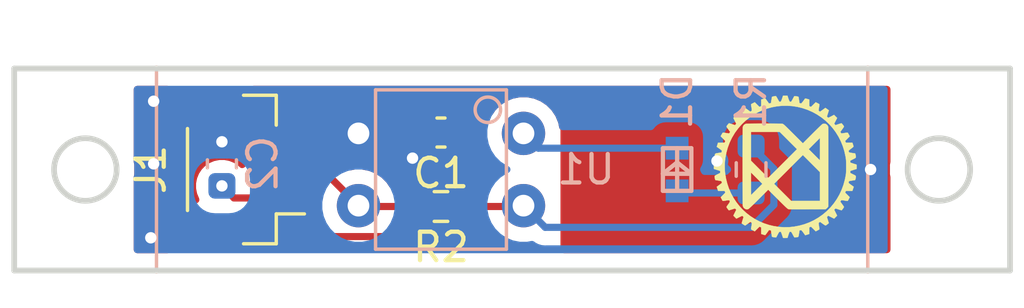
<source format=kicad_pcb>
(kicad_pcb (version 20171130) (host pcbnew "(5.1.6)-1")

  (general
    (thickness 0.8)
    (drawings 13)
    (tracks 36)
    (zones 0)
    (modules 8)
    (nets 6)
  )

  (page A4)
  (layers
    (0 F.Cu signal)
    (31 B.Cu signal)
    (32 B.Adhes user)
    (33 F.Adhes user)
    (34 B.Paste user)
    (35 F.Paste user)
    (36 B.SilkS user)
    (37 F.SilkS user)
    (38 B.Mask user)
    (39 F.Mask user)
    (40 Dwgs.User user)
    (41 Cmts.User user)
    (42 Eco1.User user)
    (43 Eco2.User user)
    (44 Edge.Cuts user)
    (45 Margin user)
    (46 B.CrtYd user)
    (47 F.CrtYd user)
    (48 B.Fab user)
    (49 F.Fab user)
  )

  (setup
    (last_trace_width 0.25)
    (trace_clearance 0.2)
    (zone_clearance 0.508)
    (zone_45_only no)
    (trace_min 0.2)
    (via_size 0.8)
    (via_drill 0.4)
    (via_min_size 0.4)
    (via_min_drill 0.3)
    (uvia_size 0.3)
    (uvia_drill 0.1)
    (uvias_allowed no)
    (uvia_min_size 0.2)
    (uvia_min_drill 0.1)
    (edge_width 0.05)
    (segment_width 0.2)
    (pcb_text_width 0.3)
    (pcb_text_size 1.5 1.5)
    (mod_edge_width 0.12)
    (mod_text_size 1 1)
    (mod_text_width 0.15)
    (pad_size 1.524 1.524)
    (pad_drill 0.762)
    (pad_to_mask_clearance 0.05)
    (aux_axis_origin 0 0)
    (visible_elements 7FFFFFFF)
    (pcbplotparams
      (layerselection 0x010f0_ffffffff)
      (usegerberextensions true)
      (usegerberattributes false)
      (usegerberadvancedattributes false)
      (creategerberjobfile false)
      (excludeedgelayer true)
      (linewidth 0.100000)
      (plotframeref false)
      (viasonmask false)
      (mode 1)
      (useauxorigin false)
      (hpglpennumber 1)
      (hpglpenspeed 20)
      (hpglpendiameter 15.000000)
      (psnegative false)
      (psa4output false)
      (plotreference true)
      (plotvalue true)
      (plotinvisibletext false)
      (padsonsilk false)
      (subtractmaskfromsilk true)
      (outputformat 1)
      (mirror false)
      (drillshape 0)
      (scaleselection 1)
      (outputdirectory "Gerber_side/"))
  )

  (net 0 "")
  (net 1 GND)
  (net 2 +5V)
  (net 3 "Net-(D1-Pad1)")
  (net 4 "Net-(D1-Pad2)")
  (net 5 OUT)

  (net_class Default "This is the default net class."
    (clearance 0.2)
    (trace_width 0.25)
    (via_dia 0.8)
    (via_drill 0.4)
    (uvia_dia 0.3)
    (uvia_drill 0.1)
    (add_net +5V)
    (add_net GND)
    (add_net "Net-(D1-Pad1)")
    (add_net "Net-(D1-Pad2)")
    (add_net OUT)
  )

  (module Symbol:SH-Logo_5x5mm (layer F.Cu) (tedit 0) (tstamp 609BA298)
    (at 171.6 108.9)
    (fp_text reference G*** (at 0 0) (layer F.SilkS) hide
      (effects (font (size 1.524 1.524) (thickness 0.3)))
    )
    (fp_text value LOGO (at 0.75 0) (layer F.SilkS) hide
      (effects (font (size 1.524 1.524) (thickness 0.3)))
    )
    (fp_poly (pts (xy 0.110392 -2.393179) (xy 0.12568 -2.348714) (xy 0.138078 -2.317574) (xy 0.149328 -2.297366)
      (xy 0.161173 -2.285696) (xy 0.175352 -2.280169) (xy 0.193609 -2.278393) (xy 0.193912 -2.278383)
      (xy 0.202648 -2.280609) (xy 0.212374 -2.289261) (xy 0.224593 -2.306449) (xy 0.240806 -2.33428)
      (xy 0.262108 -2.374081) (xy 0.281317 -2.410336) (xy 0.298168 -2.441389) (xy 0.311044 -2.46431)
      (xy 0.318325 -2.476171) (xy 0.318951 -2.476942) (xy 0.328854 -2.478189) (xy 0.350146 -2.47692)
      (xy 0.378139 -2.473796) (xy 0.408147 -2.469477) (xy 0.435482 -2.464624) (xy 0.455455 -2.459897)
      (xy 0.462982 -2.456653) (xy 0.465555 -2.447616) (xy 0.470007 -2.425435) (xy 0.475773 -2.39317)
      (xy 0.482287 -2.35388) (xy 0.484236 -2.341602) (xy 0.501734 -2.230308) (xy 0.526375 -2.22538)
      (xy 0.547445 -2.221818) (xy 0.561507 -2.220452) (xy 0.569372 -2.226709) (xy 0.584619 -2.243724)
      (xy 0.60519 -2.268857) (xy 0.629026 -2.299473) (xy 0.654069 -2.332932) (xy 0.67826 -2.366598)
      (xy 0.697325 -2.394476) (xy 0.706922 -2.395576) (xy 0.728477 -2.39195) (xy 0.75848 -2.384274)
      (xy 0.773116 -2.379891) (xy 0.843936 -2.357811) (xy 0.843978 -2.242018) (xy 0.844019 -2.126226)
      (xy 0.874703 -2.113015) (xy 0.905387 -2.099805) (xy 0.988164 -2.181311) (xy 1.07094 -2.262817)
      (xy 1.138464 -2.228866) (xy 1.170549 -2.212211) (xy 1.190228 -2.200211) (xy 1.200033 -2.190789)
      (xy 1.202498 -2.181869) (xy 1.201772 -2.176958) (xy 1.198889 -2.16186) (xy 1.194286 -2.134613)
      (xy 1.188632 -2.099278) (xy 1.183416 -2.06537) (xy 1.169278 -1.971739) (xy 1.19301 -1.952749)
      (xy 1.210135 -1.940285) (xy 1.221902 -1.933926) (xy 1.223076 -1.933718) (xy 1.231663 -1.938289)
      (xy 1.250814 -1.950853) (xy 1.277931 -1.969636) (xy 1.310418 -1.992867) (xy 1.320213 -1.999994)
      (xy 1.411016 -2.06631) (xy 1.45317 -2.036851) (xy 1.478911 -2.018602) (xy 1.501756 -2.001964)
      (xy 1.513501 -1.993067) (xy 1.531679 -1.978742) (xy 1.463717 -1.76169) (xy 1.482996 -1.741168)
      (xy 1.49951 -1.727133) (xy 1.513655 -1.72069) (xy 1.514509 -1.720645) (xy 1.526051 -1.724324)
      (xy 1.548836 -1.734376) (xy 1.57972 -1.749329) (xy 1.61556 -1.767708) (xy 1.620867 -1.770509)
      (xy 1.714992 -1.820373) (xy 1.769028 -1.766297) (xy 1.823065 -1.71222) (xy 1.773904 -1.616151)
      (xy 1.755437 -1.580016) (xy 1.739739 -1.549207) (xy 1.728285 -1.526627) (xy 1.72255 -1.515176)
      (xy 1.722228 -1.514498) (xy 1.725634 -1.505545) (xy 1.737188 -1.489803) (xy 1.742712 -1.483429)
      (xy 1.76571 -1.457943) (xy 1.863649 -1.490972) (xy 1.902075 -1.50359) (xy 1.93565 -1.513984)
      (xy 1.960914 -1.521126) (xy 1.974405 -1.523987) (xy 1.974823 -1.524) (xy 1.984704 -1.517774)
      (xy 2.000526 -1.501651) (xy 2.019287 -1.47947) (xy 2.037985 -1.455065) (xy 2.053618 -1.432273)
      (xy 2.063185 -1.414931) (xy 2.064775 -1.40904) (xy 2.060176 -1.399673) (xy 2.047585 -1.379872)
      (xy 2.028804 -1.35234) (xy 2.005638 -1.319778) (xy 2.000034 -1.312075) (xy 1.935294 -1.223429)
      (xy 1.95239 -1.195505) (xy 1.963347 -1.177537) (xy 1.969736 -1.166927) (xy 1.970308 -1.165924)
      (xy 1.978202 -1.166524) (xy 1.999117 -1.16937) (xy 2.029912 -1.174008) (xy 2.067446 -1.179981)
      (xy 2.069162 -1.180261) (xy 2.108788 -1.186507) (xy 2.143654 -1.191601) (xy 2.169926 -1.195009)
      (xy 2.183581 -1.196198) (xy 2.194357 -1.191798) (xy 2.206976 -1.177291) (xy 2.223016 -1.150613)
      (xy 2.233284 -1.131144) (xy 2.2666 -1.066146) (xy 2.185505 -0.98505) (xy 2.104409 -0.903954)
      (xy 2.129487 -0.843936) (xy 2.358396 -0.843936) (xy 2.379553 -0.780408) (xy 2.38942 -0.749674)
      (xy 2.396831 -0.724478) (xy 2.400518 -0.709205) (xy 2.40071 -0.707344) (xy 2.394448 -0.699248)
      (xy 2.377273 -0.683662) (xy 2.351606 -0.662625) (xy 2.319865 -0.638179) (xy 2.309991 -0.630833)
      (xy 2.269429 -0.599983) (xy 2.242078 -0.576982) (xy 2.227169 -0.561124) (xy 2.223937 -0.551705)
      (xy 2.223959 -0.551647) (xy 2.228319 -0.534773) (xy 2.228771 -0.529862) (xy 2.231029 -0.517587)
      (xy 2.23896 -0.5079) (xy 2.254847 -0.499878) (xy 2.280969 -0.492599) (xy 2.319608 -0.485142)
      (xy 2.352917 -0.4797) (xy 2.462102 -0.462554) (xy 2.471991 -0.409487) (xy 2.478819 -0.372876)
      (xy 2.482186 -0.346429) (xy 2.480283 -0.327156) (xy 2.471298 -0.312069) (xy 2.453424 -0.298176)
      (xy 2.424849 -0.28249) (xy 2.383764 -0.262019) (xy 2.382275 -0.261277) (xy 2.281904 -0.211282)
      (xy 2.284659 -0.176763) (xy 2.287415 -0.142244) (xy 2.397321 -0.106285) (xy 2.507226 -0.070325)
      (xy 2.507226 0.079189) (xy 2.39742 0.11356) (xy 2.287615 0.147931) (xy 2.284759 0.183703)
      (xy 2.281904 0.219475) (xy 2.382275 0.26947) (xy 2.423359 0.289902) (xy 2.451954 0.305358)
      (xy 2.469937 0.31874) (xy 2.47919 0.332948) (xy 2.48159 0.350884) (xy 2.479017 0.37545)
      (xy 2.47335 0.409546) (xy 2.473281 0.409967) (xy 2.465989 0.444734) (xy 2.457866 0.464555)
      (xy 2.450749 0.470526) (xy 2.437697 0.473201) (xy 2.412227 0.477547) (xy 2.378149 0.482937)
      (xy 2.343355 0.488152) (xy 2.305261 0.494365) (xy 2.272863 0.500854) (xy 2.249786 0.506812)
      (xy 2.239931 0.511107) (xy 2.232025 0.525263) (xy 2.225888 0.546458) (xy 2.225867 0.546567)
      (xy 2.224464 0.557342) (xy 2.226057 0.566694) (xy 2.232586 0.576699) (xy 2.245991 0.589429)
      (xy 2.268212 0.606961) (xy 2.301188 0.631367) (xy 2.313764 0.640556) (xy 2.406526 0.708268)
      (xy 2.382402 0.780199) (xy 2.358278 0.852129) (xy 2.129487 0.852129) (xy 2.116977 0.882068)
      (xy 2.104468 0.912008) (xy 2.264868 1.073012) (xy 2.232826 1.138732) (xy 2.215168 1.17205)
      (xy 2.200211 1.194586) (xy 2.189383 1.20424) (xy 2.188086 1.20445) (xy 2.175443 1.20318)
      (xy 2.150221 1.199717) (xy 2.116001 1.194581) (xy 2.076364 1.188291) (xy 2.073835 1.187879)
      (xy 2.035237 1.181772) (xy 2.003062 1.177045) (xy 1.980438 1.174129) (xy 1.970498 1.173459)
      (xy 1.970312 1.173542) (xy 1.965237 1.181315) (xy 1.955067 1.197862) (xy 1.951823 1.203235)
      (xy 1.935303 1.230695) (xy 2.000039 1.31978) (xy 2.023864 1.353008) (xy 2.043741 1.381569)
      (xy 2.057883 1.402832) (xy 2.064503 1.414168) (xy 2.064775 1.415113) (xy 2.060223 1.425941)
      (xy 2.048435 1.4451) (xy 2.032204 1.468756) (xy 2.014328 1.493077) (xy 1.997603 1.514228)
      (xy 1.984825 1.528376) (xy 1.979453 1.532086) (xy 1.96867 1.529682) (xy 1.945517 1.523185)
      (xy 1.913217 1.513538) (xy 1.874994 1.501683) (xy 1.868129 1.499513) (xy 1.76571 1.467047)
      (xy 1.742577 1.490137) (xy 1.719444 1.513226) (xy 1.771074 1.616879) (xy 1.822704 1.720531)
      (xy 1.770426 1.773279) (xy 1.718147 1.826026) (xy 1.509761 1.721604) (xy 1.486814 1.745554)
      (xy 1.463868 1.769505) (xy 1.495113 1.870026) (xy 1.507151 1.908634) (xy 1.517569 1.941819)
      (xy 1.525334 1.966306) (xy 1.529411 1.978818) (xy 1.529608 1.97937) (xy 1.524763 1.987446)
      (xy 1.509397 2.002076) (xy 1.486635 2.020745) (xy 1.459606 2.040939) (xy 1.431437 2.060142)
      (xy 1.420942 2.066744) (xy 1.410359 2.064528) (xy 1.388764 2.053074) (xy 1.357911 2.033424)
      (xy 1.319553 2.006616) (xy 1.319308 2.006439) (xy 1.227591 1.940067) (xy 1.199634 1.955122)
      (xy 1.181114 1.968655) (xy 1.171951 1.982536) (xy 1.171678 1.98479) (xy 1.172924 1.998601)
      (xy 1.176242 2.024348) (xy 1.180998 2.057803) (xy 1.186557 2.094741) (xy 1.192288 2.130934)
      (xy 1.197557 2.162156) (xy 1.201102 2.181155) (xy 1.202235 2.192095) (xy 1.198747 2.201033)
      (xy 1.188035 2.210289) (xy 1.167495 2.222184) (xy 1.138264 2.23716) (xy 1.07094 2.27101)
      (xy 0.988164 2.189511) (xy 0.905387 2.108013) (xy 0.874662 2.120279) (xy 0.843936 2.132546)
      (xy 0.843936 2.364558) (xy 0.773644 2.387449) (xy 0.742471 2.397249) (xy 0.717913 2.404303)
      (xy 0.703559 2.407614) (xy 0.701342 2.407573) (xy 0.696065 2.400272) (xy 0.683033 2.382231)
      (xy 0.664084 2.355996) (xy 0.641057 2.324113) (xy 0.635722 2.316726) (xy 0.611382 2.284069)
      (xy 0.589686 2.256891) (xy 0.572728 2.237679) (xy 0.562603 2.228923) (xy 0.561564 2.228645)
      (xy 0.546283 2.230177) (xy 0.526348 2.233579) (xy 0.50168 2.238512) (xy 0.48388 2.350147)
      (xy 0.476808 2.391153) (xy 0.469758 2.426181) (xy 0.463433 2.452116) (xy 0.458537 2.465843)
      (xy 0.457491 2.467091) (xy 0.445052 2.470928) (xy 0.422126 2.475184) (xy 0.403002 2.477795)
      (xy 0.374009 2.481619) (xy 0.349362 2.485584) (xy 0.339288 2.487661) (xy 0.331439 2.487979)
      (xy 0.323421 2.483404) (xy 0.313712 2.471864) (xy 0.300791 2.45129) (xy 0.283135 2.419613)
      (xy 0.266795 2.389066) (xy 0.245115 2.34852) (xy 0.229252 2.320292) (xy 0.217461 2.302161)
      (xy 0.207999 2.291905) (xy 0.199121 2.287305) (xy 0.189082 2.286139) (xy 0.185946 2.286125)
      (xy 0.164943 2.287981) (xy 0.151182 2.292267) (xy 0.151178 2.29227) (xy 0.14559 2.301966)
      (xy 0.136421 2.324204) (xy 0.124865 2.355848) (xy 0.112116 2.393763) (xy 0.109884 2.400709)
      (xy 0.077187 2.503129) (xy 0.002391 2.505476) (xy -0.030857 2.505847) (xy -0.057375 2.50488)
      (xy -0.073297 2.502775) (xy -0.076068 2.501379) (xy -0.079913 2.491479) (xy -0.087683 2.469271)
      (xy -0.098251 2.438036) (xy -0.110494 2.401055) (xy -0.110607 2.400709) (xy -0.123312 2.363139)
      (xy -0.13498 2.330802) (xy -0.144306 2.30718) (xy -0.149927 2.295827) (xy -0.163881 2.288959)
      (xy -0.186543 2.287573) (xy -0.187299 2.287634) (xy -0.199365 2.289268) (xy -0.209204 2.293403)
      (xy -0.218724 2.302418) (xy -0.229833 2.318691) (xy -0.244438 2.344599) (xy -0.264447 2.382522)
      (xy -0.266383 2.386232) (xy -0.285257 2.422154) (xy -0.30149 2.452575) (xy -0.313557 2.47467)
      (xy -0.319931 2.485614) (xy -0.320395 2.486223) (xy -0.329553 2.486691) (xy -0.350181 2.484802)
      (xy -0.377649 2.481254) (xy -0.407327 2.476746) (xy -0.434584 2.471978) (xy -0.454792 2.467647)
      (xy -0.463158 2.464669) (xy -0.465746 2.455628) (xy -0.470227 2.433448) (xy -0.476032 2.401191)
      (xy -0.482591 2.36192) (xy -0.484532 2.349787) (xy -0.502136 2.238675) (xy -0.535793 2.231477)
      (xy -0.569451 2.224279) (xy -0.633384 2.312278) (xy -0.65756 2.345203) (xy -0.678563 2.373148)
      (xy -0.6944 2.393511) (xy -0.703081 2.403689) (xy -0.70379 2.404278) (xy -0.714024 2.403698)
      (xy -0.735737 2.398698) (xy -0.764936 2.390255) (xy -0.7771 2.386368) (xy -0.843935 2.364458)
      (xy -0.843935 2.132546) (xy -0.874661 2.120279) (xy -0.905387 2.108013) (xy -0.988163 2.189511)
      (xy -1.070939 2.27101) (xy -1.138019 2.237283) (xy -1.169535 2.221184) (xy -1.188984 2.209853)
      (xy -1.198982 2.200781) (xy -1.202146 2.191461) (xy -1.201093 2.179386) (xy -1.200733 2.177181)
      (xy -1.197395 2.157094) (xy -1.192274 2.12635) (xy -1.186285 2.090455) (xy -1.184048 2.077064)
      (xy -1.177113 2.034302) (xy -1.173388 2.004628) (xy -1.173268 1.984989) (xy -1.17715 1.972329)
      (xy -1.185431 1.963595) (xy -1.198508 1.95573) (xy -1.199903 1.954977) (xy -1.22813 1.939776)
      (xy -1.312565 2.000897) (xy -1.345299 2.024493) (xy -1.373612 2.044717) (xy -1.394655 2.059545)
      (xy -1.405576 2.066955) (xy -1.405996 2.067207) (xy -1.415611 2.064816) (xy -1.434604 2.054981)
      (xy -1.459224 2.040067) (xy -1.485724 2.022439) (xy -1.510353 2.004464) (xy -1.526462 1.991182)
      (xy -1.526462 1.981663) (xy -1.521927 1.959627) (xy -1.513599 1.928066) (xy -1.502221 1.889977)
      (xy -1.498301 1.877657) (xy -1.463582 1.770026) (xy -1.482929 1.749432) (xy -1.499067 1.735405)
      (xy -1.512394 1.728895) (xy -1.513264 1.728838) (xy -1.524367 1.732353) (xy -1.546951 1.741969)
      (xy -1.577919 1.756293) (xy -1.61418 1.773932) (xy -1.621196 1.777435) (xy -1.718141 1.826032)
      (xy -1.770422 1.773281) (xy -1.822704 1.720531) (xy -1.771073 1.616879) (xy -1.719443 1.513226)
      (xy -1.742576 1.490137) (xy -1.765709 1.467047) (xy -1.868129 1.499513) (xy -1.906972 1.511643)
      (xy -1.940372 1.521729) (xy -1.965128 1.52883) (xy -1.978041 1.532004) (xy -1.978838 1.532086)
      (xy -1.987103 1.52591) (xy -2.001441 1.509832) (xy -2.018996 1.487692) (xy -2.036915 1.463329)
      (xy -2.052343 1.440584) (xy -2.062426 1.423295) (xy -2.064774 1.416486) (xy -2.060183 1.406939)
      (xy -2.047636 1.387032) (xy -2.028971 1.359541) (xy -2.006026 1.327245) (xy -2.002478 1.322361)
      (xy -1.975001 1.283766) (xy -1.956916 1.255191) (xy -1.947382 1.233854) (xy -1.94556 1.216975)
      (xy -1.95061 1.201775) (xy -1.961274 1.186008) (xy -1.966539 1.180457) (xy -1.97386 1.177187)
      (xy -1.985984 1.176277) (xy -2.005658 1.177806) (xy -2.035629 1.181854) (xy -2.078645 1.188501)
      (xy -2.085649 1.189609) (xy -2.129921 1.196066) (xy -2.165536 1.200146) (xy -2.190138 1.201641)
      (xy -2.201372 1.200343) (xy -2.201773 1.199859) (xy -2.206801 1.189414) (xy -2.217583 1.168635)
      (xy -2.232011 1.141567) (xy -2.235662 1.134806) (xy -2.26671 1.077451) (xy -2.185587 0.994734)
      (xy -2.104463 0.912018) (xy -2.116975 0.882073) (xy -2.129486 0.852129) (xy -2.358278 0.852129)
      (xy -2.4066 0.708047) (xy -2.313557 0.640051) (xy -2.276678 0.612847) (xy -2.25126 0.593139)
      (xy -2.235381 0.578965) (xy -2.227121 0.568361) (xy -2.224559 0.559365) (xy -2.225713 0.550269)
      (xy -2.230802 0.531455) (xy -2.237448 0.518053) (xy -2.248472 0.508602) (xy -2.266697 0.501641)
      (xy -2.294944 0.495706) (xy -2.336037 0.489336) (xy -2.346193 0.48786) (xy -2.385671 0.481843)
      (xy -2.419365 0.47615) (xy -2.443885 0.471393) (xy -2.455844 0.468183) (xy -2.456173 0.468001)
      (xy -2.461177 0.457995) (xy -2.467227 0.436526) (xy -2.473351 0.408392) (xy -2.478576 0.378393)
      (xy -2.481929 0.351326) (xy -2.482645 0.337376) (xy -2.480087 0.328693) (xy -2.471002 0.31905)
      (xy -2.453275 0.307004) (xy -2.424787 0.291113) (xy -2.384322 0.270387) (xy -2.286 0.221099)
      (xy -2.286 0.149053) (xy -2.396613 0.11411) (xy -2.507225 0.079167) (xy -2.507225 -0.000986)
      (xy -2.129306 -0.000986) (xy -2.124889 0.117235) (xy -2.114163 0.229419) (xy -2.084149 0.415218)
      (xy -2.039373 0.595074) (xy -1.980442 0.768327) (xy -1.90796 0.934317) (xy -1.82253 1.092386)
      (xy -1.724759 1.241874) (xy -1.61525 1.382122) (xy -1.494608 1.51247) (xy -1.363438 1.632259)
      (xy -1.222344 1.740831) (xy -1.07193 1.837525) (xy -0.912802 1.921682) (xy -0.745564 1.992643)
      (xy -0.57082 2.049748) (xy -0.409549 2.08837) (xy -0.226048 2.117065) (xy -0.04304 2.129883)
      (xy 0.138393 2.126789) (xy 0.303661 2.109766) (xy 0.49184 2.074567) (xy 0.672635 2.024809)
      (xy 0.845929 1.960528) (xy 1.009966 1.882633) (xy 1.17169 1.787824) (xy 1.322794 1.680781)
      (xy 1.462839 1.562109) (xy 1.591389 1.432414) (xy 1.708005 1.292301) (xy 1.812251 1.142375)
      (xy 1.903688 0.983241) (xy 1.98188 0.815505) (xy 2.046388 0.639772) (xy 2.096775 0.456646)
      (xy 2.119186 0.348226) (xy 2.125888 0.310543) (xy 2.131107 0.277851) (xy 2.135025 0.247256)
      (xy 2.137828 0.215863) (xy 2.139698 0.18078) (xy 2.14082 0.139112) (xy 2.141376 0.087966)
      (xy 2.141552 0.024447) (xy 2.141556 -0.004097) (xy 2.141443 -0.07343) (xy 2.141013 -0.129324)
      (xy 2.14008 -0.174723) (xy 2.138458 -0.212576) (xy 2.135962 -0.245827) (xy 2.132405 -0.277425)
      (xy 2.127601 -0.310314) (xy 2.121365 -0.347442) (xy 2.119069 -0.360516) (xy 2.078505 -0.544789)
      (xy 2.023356 -0.722642) (xy 1.95419 -0.893379) (xy 1.871578 -1.056303) (xy 1.776088 -1.210719)
      (xy 1.668289 -1.355928) (xy 1.54875 -1.491236) (xy 1.41804 -1.615946) (xy 1.276729 -1.72936)
      (xy 1.125385 -1.830784) (xy 0.964578 -1.91952) (xy 0.794876 -1.994872) (xy 0.778387 -2.00128)
      (xy 0.602843 -2.060179) (xy 0.425354 -2.103247) (xy 0.246822 -2.130776) (xy 0.068149 -2.143058)
      (xy -0.109763 -2.140385) (xy -0.286013 -2.123047) (xy -0.459699 -2.091338) (xy -0.629918 -2.045548)
      (xy -0.79577 -1.98597) (xy -0.956352 -1.912896) (xy -1.110763 -1.826617) (xy -1.258101 -1.727424)
      (xy -1.397464 -1.615611) (xy -1.527949 -1.491468) (xy -1.648657 -1.355287) (xy -1.758684 -1.20736)
      (xy -1.781543 -1.172999) (xy -1.876166 -1.012904) (xy -1.955962 -0.845844) (xy -2.020912 -0.671874)
      (xy -2.070995 -0.491048) (xy -2.106193 -0.303421) (xy -2.114167 -0.243141) (xy -2.125732 -0.118687)
      (xy -2.129306 -0.000986) (xy -2.507225 -0.000986) (xy -2.507225 -0.070325) (xy -2.396613 -0.106516)
      (xy -2.286 -0.142708) (xy -2.286 -0.212906) (xy -2.385222 -0.262645) (xy -2.484444 -0.312383)
      (xy -2.478833 -0.364775) (xy -2.474883 -0.402351) (xy -2.470691 -0.428965) (xy -2.46366 -0.446976)
      (xy -2.451193 -0.458741) (xy -2.430691 -0.466617) (xy -2.399557 -0.472961) (xy -2.355193 -0.480131)
      (xy -2.350968 -0.480815) (xy -2.310712 -0.487377) (xy -2.276813 -0.492939) (xy -2.252266 -0.497009)
      (xy -2.240066 -0.499092) (xy -2.239272 -0.499251) (xy -2.234335 -0.50791) (xy -2.229886 -0.526103)
      (xy -2.227001 -0.546986) (xy -2.226756 -0.563716) (xy -2.22832 -0.568908) (xy -2.237509 -0.576795)
      (xy -2.257273 -0.592022) (xy -2.2848 -0.612472) (xy -2.31728 -0.636029) (xy -2.320836 -0.638577)
      (xy -2.405975 -0.699509) (xy -2.384113 -0.769674) (xy -2.362252 -0.839839) (xy -2.245774 -0.842115)
      (xy -2.129295 -0.844392) (xy -2.116879 -0.874108) (xy -2.104463 -0.903825) (xy -2.186568 -0.986541)
      (xy -2.268674 -1.069258) (xy -2.234321 -1.132632) (xy -2.21493 -1.166178) (xy -2.200017 -1.186401)
      (xy -2.188046 -1.195218) (xy -2.18358 -1.195983) (xy -2.16933 -1.194703) (xy -2.142757 -1.191237)
      (xy -2.1077 -1.186118) (xy -2.069199 -1.180077) (xy -2.031446 -1.1741) (xy -2.000295 -1.169437)
      (xy -1.978889 -1.16654) (xy -1.970374 -1.165861) (xy -1.970345 -1.165887) (xy -1.965956 -1.173238)
      (xy -1.956065 -1.189495) (xy -1.95239 -1.195505) (xy -1.935294 -1.223429) (xy -2.000034 -1.312075)
      (xy -2.023935 -1.345392) (xy -2.043854 -1.374285) (xy -2.057988 -1.396051) (xy -2.064532 -1.407989)
      (xy -2.064774 -1.40904) (xy -2.059902 -1.421668) (xy -2.047287 -1.441889) (xy -2.029931 -1.465866)
      (xy -2.010835 -1.489762) (xy -1.993001 -1.509742) (xy -1.979432 -1.521969) (xy -1.974823 -1.524)
      (xy -1.962296 -1.521481) (xy -1.937751 -1.514608) (xy -1.90465 -1.504411) (xy -1.866454 -1.491916)
      (xy -1.863648 -1.490972) (xy -1.765709 -1.457943) (xy -1.720781 -1.507719) (xy -1.822811 -1.712553)
      (xy -1.769471 -1.765893) (xy -1.716132 -1.819233) (xy -1.620075 -1.769384) (xy -1.576962 -1.747577)
      (xy -1.545319 -1.733496) (xy -1.52242 -1.726681) (xy -1.505538 -1.726673) (xy -1.491947 -1.733013)
      (xy -1.47892 -1.745243) (xy -1.478621 -1.745574) (xy -1.472771 -1.752964) (xy -1.469822 -1.761275)
      (xy -1.470196 -1.773448) (xy -1.474314 -1.792425) (xy -1.482598 -1.821148) (xy -1.495332 -1.862123)
      (xy -1.507457 -1.90067) (xy -1.51792 -1.933817) (xy -1.525682 -1.958279) (xy -1.529704 -1.970776)
      (xy -1.529885 -1.971311) (xy -1.5249 -1.978767) (xy -1.510139 -1.992928) (xy -1.489144 -2.01095)
      (xy -1.465458 -2.02999) (xy -1.44262 -2.047202) (xy -1.424173 -2.059743) (xy -1.413659 -2.064769)
      (xy -1.413499 -2.064774) (xy -1.40591 -2.060223) (xy -1.387626 -2.047743) (xy -1.361168 -2.029094)
      (xy -1.329057 -2.006039) (xy -1.319403 -1.999039) (xy -1.228942 -1.933303) (xy -1.203985 -1.946209)
      (xy -1.185624 -1.958259) (xy -1.174876 -1.970022) (xy -1.174575 -1.970719) (xy -1.174127 -1.983086)
      (xy -1.17622 -2.008324) (xy -1.180422 -2.04319) (xy -1.186306 -2.084438) (xy -1.19344 -2.128824)
      (xy -1.201367 -2.172962) (xy -1.202346 -2.183922) (xy -1.198691 -2.192908) (xy -1.187787 -2.202239)
      (xy -1.16702 -2.214237) (xy -1.138268 -2.228965) (xy -1.070949 -2.262812) (xy -0.990656 -2.182821)
      (xy -0.910363 -2.102829) (xy -0.877149 -2.113791) (xy -0.843935 -2.124752) (xy -0.843935 -2.358751)
      (xy -0.773445 -2.380251) (xy -0.742164 -2.38947) (xy -0.717576 -2.396107) (xy -0.703286 -2.399218)
      (xy -0.701144 -2.399183) (xy -0.695943 -2.39196) (xy -0.682973 -2.373983) (xy -0.664059 -2.347781)
      (xy -0.641027 -2.315883) (xy -0.635333 -2.307999) (xy -0.571334 -2.219386) (xy -0.537619 -2.224951)
      (xy -0.51656 -2.22863) (xy -0.504146 -2.231186) (xy -0.502856 -2.23163) (xy -0.501259 -2.239656)
      (xy -0.497609 -2.260891) (xy -0.492403 -2.292359) (xy -0.486139 -2.33108) (xy -0.48426 -2.342832)
      (xy -0.477581 -2.383352) (xy -0.471497 -2.417726) (xy -0.466585 -2.442879) (xy -0.46342 -2.455732)
      (xy -0.462944 -2.45669) (xy -0.453918 -2.459607) (xy -0.433496 -2.46427) (xy -0.406449 -2.46976)
      (xy -0.37755 -2.475159) (xy -0.351571 -2.479547) (xy -0.333285 -2.482006) (xy -0.330408 -2.482214)
      (xy -0.323314 -2.475509) (xy -0.310413 -2.456795) (xy -0.293332 -2.428669) (xy -0.273699 -2.393727)
      (xy -0.266451 -2.380226) (xy -0.243943 -2.338579) (xy -0.227096 -2.309633) (xy -0.214451 -2.291329)
      (xy -0.204545 -2.281609) (xy -0.195917 -2.278417) (xy -0.194139 -2.278383) (xy -0.17573 -2.280107)
      (xy -0.161454 -2.285529) (xy -0.149567 -2.297041) (xy -0.13832 -2.317037) (xy -0.125969 -2.347911)
      (xy -0.110766 -2.392057) (xy -0.110392 -2.393179) (xy -0.076464 -2.494936) (xy 0.076465 -2.494936)
      (xy 0.110392 -2.393179)) (layer F.SilkS) (width 0.01))
    (fp_poly (pts (xy -0.651644 -1.516105) (xy -0.562649 -1.515823) (xy -0.476902 -1.515351) (xy -0.396037 -1.514691)
      (xy -0.321692 -1.513843) (xy -0.255502 -1.512805) (xy -0.199104 -1.511579) (xy -0.154133 -1.510164)
      (xy -0.122226 -1.50856) (xy -0.105019 -1.506768) (xy -0.104871 -1.506737) (xy -0.09556 -1.50463)
      (xy -0.086624 -1.501816) (xy -0.077075 -1.497399) (xy -0.065924 -1.490481) (xy -0.052184 -1.480167)
      (xy -0.034866 -1.46556) (xy -0.012984 -1.445762) (xy 0.014452 -1.419878) (xy 0.048429 -1.387011)
      (xy 0.089935 -1.346263) (xy 0.139958 -1.296739) (xy 0.199486 -1.237542) (xy 0.269507 -1.167775)
      (xy 0.27871 -1.158602) (xy 0.61887 -0.819536) (xy 0.95058 -1.151819) (xy 1.012128 -1.213279)
      (xy 1.070799 -1.271494) (xy 1.125476 -1.32538) (xy 1.175039 -1.373851) (xy 1.218372 -1.415823)
      (xy 1.254354 -1.450212) (xy 1.28187 -1.475932) (xy 1.299799 -1.4919) (xy 1.306244 -1.496803)
      (xy 1.337799 -1.506608) (xy 1.375958 -1.508876) (xy 1.412781 -1.503613) (xy 1.431234 -1.496687)
      (xy 1.465641 -1.471786) (xy 1.492996 -1.438405) (xy 1.50937 -1.401704) (xy 1.5115 -1.391201)
      (xy 1.512028 -1.37929) (xy 1.512512 -1.351867) (xy 1.51295 -1.309808) (xy 1.513342 -1.253987)
      (xy 1.513686 -1.185279) (xy 1.51398 -1.104561) (xy 1.514222 -1.012707) (xy 1.514411 -0.910591)
      (xy 1.514545 -0.799091) (xy 1.514622 -0.67908) (xy 1.514642 -0.551433) (xy 1.514602 -0.417027)
      (xy 1.514501 -0.276736) (xy 1.514336 -0.131435) (xy 1.514108 0.018001) (xy 1.514102 0.021085)
      (xy 1.51171 1.398202) (xy 1.491965 1.427017) (xy 1.471292 1.451416) (xy 1.446624 1.473286)
      (xy 1.443409 1.475577) (xy 1.414598 1.495322) (xy 0.780596 1.497567) (xy 0.648074 1.497943)
      (xy 0.531436 1.498075) (xy 0.430178 1.497955) (xy 0.343799 1.49758) (xy 0.271797 1.496944)
      (xy 0.213668 1.496041) (xy 0.168911 1.494867) (xy 0.137023 1.493417) (xy 0.117502 1.491686)
      (xy 0.112216 1.490711) (xy 0.103719 1.487619) (xy 0.093457 1.481958) (xy 0.080487 1.472848)
      (xy 0.063863 1.459414) (xy 0.042644 1.440777) (xy 0.015884 1.416061) (xy -0.01736 1.384387)
      (xy -0.058032 1.344879) (xy -0.107075 1.296659) (xy -0.165434 1.23885) (xy -0.234052 1.170574)
      (xy -0.260239 1.144469) (xy -0.598317 0.807327) (xy -0.93211 1.140793) (xy -1.015105 1.223419)
      (xy -1.08702 1.294392) (xy -1.148077 1.353924) (xy -1.198501 1.402226) (xy -1.238512 1.439511)
      (xy -1.268335 1.46599) (xy -1.288193 1.481875) (xy -1.296366 1.486839) (xy -1.335841 1.497828)
      (xy -1.373202 1.495487) (xy -1.405532 1.484018) (xy -1.446329 1.457028) (xy -1.475293 1.418946)
      (xy -1.490495 1.376352) (xy -1.491689 1.362581) (xy -1.492802 1.333486) (xy -1.493834 1.290132)
      (xy -1.494785 1.233583) (xy -1.495656 1.164902) (xy -1.496446 1.085153) (xy -1.497155 0.995399)
      (xy -1.497784 0.896705) (xy -1.498332 0.790134) (xy -1.4988 0.676751) (xy -1.499048 0.60024)
      (xy -1.204451 0.60024) (xy -1.204409 0.679392) (xy -1.204289 0.753331) (xy -1.204099 0.820487)
      (xy -1.203847 0.879287) (xy -1.203542 0.92816) (xy -1.203191 0.965536) (xy -1.202804 0.989844)
      (xy -1.202388 0.999511) (xy -1.20234 0.999613) (xy -1.196266 0.994032) (xy -1.179963 0.978173)
      (xy -1.154771 0.953364) (xy -1.12203 0.920933) (xy -1.083081 0.882205) (xy -1.039265 0.83851)
      (xy -1.001598 0.800857) (xy -0.803025 0.60216) (xy -0.393274 0.60216) (xy -0.092211 0.903306)
      (xy 0.208853 1.204451) (xy 1.220839 1.204451) (xy 1.220839 0.19263) (xy 0.919759 -0.108532)
      (xy 0.618679 -0.409695) (xy 0.112703 0.096233) (xy -0.393274 0.60216) (xy -0.803025 0.60216)
      (xy -0.802966 0.602101) (xy -1.003709 0.401484) (xy -1.204451 0.200867) (xy -1.204451 0.60024)
      (xy -1.499048 0.60024) (xy -1.499187 0.557618) (xy -1.499494 0.4338) (xy -1.49972 0.30636)
      (xy -1.499867 0.176362) (xy -1.499933 0.04487) (xy -1.499919 -0.087052) (xy -1.499825 -0.218341)
      (xy -1.49965 -0.347933) (xy -1.499396 -0.474764) (xy -1.499062 -0.59777) (xy -1.498648 -0.715887)
      (xy -1.498154 -0.828052) (xy -1.49758 -0.933201) (xy -1.496927 -1.030271) (xy -1.496194 -1.118196)
      (xy -1.495381 -1.195915) (xy -1.495047 -1.220839) (xy -1.204451 -1.220839) (xy -1.204451 -0.209018)
      (xy -0.90338 0.092136) (xy -0.845419 0.150035) (xy -0.79097 0.204276) (xy -0.741125 0.25378)
      (xy -0.696978 0.297469) (xy -0.659622 0.334265) (xy -0.63015 0.363089) (xy -0.609655 0.382862)
      (xy -0.599231 0.392505) (xy -0.598145 0.39329) (xy -0.591863 0.38763) (xy -0.574844 0.371203)
      (xy -0.547928 0.344844) (xy -0.511956 0.309386) (xy -0.467766 0.26566) (xy -0.416199 0.2145)
      (xy -0.358094 0.15674) (xy -0.294291 0.093211) (xy -0.225629 0.024747) (xy -0.152949 -0.047819)
      (xy -0.090137 -0.110605) (xy 0.413708 -0.6145) (xy 0.41365 -0.614559) (xy 0.823537 -0.614559)
      (xy 1.020076 -0.417893) (xy 1.066566 -0.371432) (xy 1.109256 -0.328885) (xy 1.146797 -0.291585)
      (xy 1.177842 -0.260868) (xy 1.201044 -0.238067) (xy 1.215054 -0.224516) (xy 1.218727 -0.221226)
      (xy 1.219147 -0.229156) (xy 1.21954 -0.251895) (xy 1.219897 -0.287861) (xy 1.220208 -0.335477)
      (xy 1.220467 -0.393163) (xy 1.220664 -0.45934) (xy 1.220791 -0.532429) (xy 1.220839 -0.610849)
      (xy 1.220839 -1.011861) (xy 0.823537 -0.614559) (xy 0.41365 -0.614559) (xy 0.110621 -0.917669)
      (xy -0.192465 -1.220839) (xy -1.204451 -1.220839) (xy -1.495047 -1.220839) (xy -1.494488 -1.262362)
      (xy -1.493516 -1.316474) (xy -1.492465 -1.357188) (xy -1.491334 -1.383439) (xy -1.490361 -1.393364)
      (xy -1.47279 -1.43872) (xy -1.442638 -1.474679) (xy -1.401989 -1.499158) (xy -1.376977 -1.506749)
      (xy -1.360246 -1.508544) (xy -1.328765 -1.51015) (xy -1.28417 -1.511567) (xy -1.228097 -1.512796)
      (xy -1.162183 -1.513835) (xy -1.088063 -1.514686) (xy -1.007374 -1.515347) (xy -0.921751 -1.51582)
      (xy -0.832831 -1.516104) (xy -0.74225 -1.516199) (xy -0.651644 -1.516105)) (layer F.SilkS) (width 0.01))
  )

  (module Capacitor_SMD:C_0603_1608Metric (layer B.Cu) (tedit 5F68FEEE) (tstamp 609BA03D)
    (at 151.8 108.8 90)
    (descr "Capacitor SMD 0603 (1608 Metric), square (rectangular) end terminal, IPC_7351 nominal, (Body size source: IPC-SM-782 page 76, https://www.pcb-3d.com/wordpress/wp-content/uploads/ipc-sm-782a_amendment_1_and_2.pdf), generated with kicad-footprint-generator")
    (tags capacitor)
    (path /6110F7F0)
    (attr smd)
    (fp_text reference C2 (at 0 1.43 90) (layer B.SilkS)
      (effects (font (size 1 1) (thickness 0.15)) (justify mirror))
    )
    (fp_text value 1u (at 0 -1.43 90) (layer B.Fab)
      (effects (font (size 1 1) (thickness 0.15)) (justify mirror))
    )
    (fp_line (start -0.8 -0.4) (end -0.8 0.4) (layer B.Fab) (width 0.1))
    (fp_line (start -0.8 0.4) (end 0.8 0.4) (layer B.Fab) (width 0.1))
    (fp_line (start 0.8 0.4) (end 0.8 -0.4) (layer B.Fab) (width 0.1))
    (fp_line (start 0.8 -0.4) (end -0.8 -0.4) (layer B.Fab) (width 0.1))
    (fp_line (start -0.14058 0.51) (end 0.14058 0.51) (layer B.SilkS) (width 0.12))
    (fp_line (start -0.14058 -0.51) (end 0.14058 -0.51) (layer B.SilkS) (width 0.12))
    (fp_line (start -1.48 -0.73) (end -1.48 0.73) (layer B.CrtYd) (width 0.05))
    (fp_line (start -1.48 0.73) (end 1.48 0.73) (layer B.CrtYd) (width 0.05))
    (fp_line (start 1.48 0.73) (end 1.48 -0.73) (layer B.CrtYd) (width 0.05))
    (fp_line (start 1.48 -0.73) (end -1.48 -0.73) (layer B.CrtYd) (width 0.05))
    (fp_text user %R (at 0 0 90) (layer B.Fab)
      (effects (font (size 0.4 0.4) (thickness 0.06)) (justify mirror))
    )
    (pad 2 smd roundrect (at 0.775 0 90) (size 0.9 0.95) (layers B.Cu B.Paste B.Mask) (roundrect_rratio 0.25)
      (net 1 GND))
    (pad 1 smd roundrect (at -0.775 0 90) (size 0.9 0.95) (layers B.Cu B.Paste B.Mask) (roundrect_rratio 0.25)
      (net 2 +5V))
    (model ${KISYS3DMOD}/Capacitor_SMD.3dshapes/C_0603_1608Metric.wrl
      (at (xyz 0 0 0))
      (scale (xyz 1 1 1))
      (rotate (xyz 0 0 0))
    )
  )

  (module OptoDevice:S7136 (layer B.Cu) (tedit 609A4988) (tstamp 609AAA3F)
    (at 159.5 109 180)
    (path /60AADEB3)
    (fp_text reference U1 (at -5.1 0) (layer B.SilkS)
      (effects (font (size 1 1) (thickness 0.15)) (justify mirror))
    )
    (fp_text value S7136 (at -4.53 5.11) (layer B.Fab)
      (effects (font (size 1 1) (thickness 0.15)) (justify mirror))
    )
    (fp_line (start -2.3 2.8) (end 2.3 2.8) (layer B.SilkS) (width 0.12))
    (fp_line (start 2.3 2.8) (end 2.3 -2.8) (layer B.SilkS) (width 0.12))
    (fp_line (start 2.3 -2.8) (end -2.3 -2.8) (layer B.SilkS) (width 0.12))
    (fp_line (start -2.3 -2.8) (end -2.3 2.8) (layer B.SilkS) (width 0.12))
    (fp_circle (center -1.647213 2.1) (end -1.447213 1.7) (layer B.SilkS) (width 0.12))
    (pad 4 thru_hole circle (at 2.9 1.27 180) (size 1.524 1.524) (drill 0.762) (layers *.Cu *.Mask)
      (net 1 GND))
    (pad 3 thru_hole circle (at 2.9 -1.27 180) (size 1.524 1.524) (drill 0.762) (layers *.Cu *.Mask)
      (net 5 OUT))
    (pad 2 thru_hole circle (at -2.9 -1.27 180) (size 1.524 1.524) (drill 0.762) (layers *.Cu *.Mask)
      (net 2 +5V))
    (pad 1 thru_hole circle (at -2.9 1.27 180) (size 1.524 1.524) (drill 0.762) (layers *.Cu *.Mask)
      (net 3 "Net-(D1-Pad1)"))
  )

  (module Resistor_SMD:R_0603_1608Metric (layer F.Cu) (tedit 5F68FEEE) (tstamp 609AAA32)
    (at 159.5 110.3 180)
    (descr "Resistor SMD 0603 (1608 Metric), square (rectangular) end terminal, IPC_7351 nominal, (Body size source: IPC-SM-782 page 72, https://www.pcb-3d.com/wordpress/wp-content/uploads/ipc-sm-782a_amendment_1_and_2.pdf), generated with kicad-footprint-generator")
    (tags resistor)
    (path /60AB4578)
    (attr smd)
    (fp_text reference R2 (at 0 -1.43) (layer F.SilkS)
      (effects (font (size 1 1) (thickness 0.15)))
    )
    (fp_text value 10k (at 0 1.43) (layer F.Fab)
      (effects (font (size 1 1) (thickness 0.15)))
    )
    (fp_line (start -0.8 0.4125) (end -0.8 -0.4125) (layer F.Fab) (width 0.1))
    (fp_line (start -0.8 -0.4125) (end 0.8 -0.4125) (layer F.Fab) (width 0.1))
    (fp_line (start 0.8 -0.4125) (end 0.8 0.4125) (layer F.Fab) (width 0.1))
    (fp_line (start 0.8 0.4125) (end -0.8 0.4125) (layer F.Fab) (width 0.1))
    (fp_line (start -0.237258 -0.5225) (end 0.237258 -0.5225) (layer F.SilkS) (width 0.12))
    (fp_line (start -0.237258 0.5225) (end 0.237258 0.5225) (layer F.SilkS) (width 0.12))
    (fp_line (start -1.48 0.73) (end -1.48 -0.73) (layer F.CrtYd) (width 0.05))
    (fp_line (start -1.48 -0.73) (end 1.48 -0.73) (layer F.CrtYd) (width 0.05))
    (fp_line (start 1.48 -0.73) (end 1.48 0.73) (layer F.CrtYd) (width 0.05))
    (fp_line (start 1.48 0.73) (end -1.48 0.73) (layer F.CrtYd) (width 0.05))
    (fp_text user %R (at 0 0) (layer F.Fab)
      (effects (font (size 0.4 0.4) (thickness 0.06)))
    )
    (pad 2 smd roundrect (at 0.825 0 180) (size 0.8 0.95) (layers F.Cu F.Paste F.Mask) (roundrect_rratio 0.25)
      (net 5 OUT))
    (pad 1 smd roundrect (at -0.825 0 180) (size 0.8 0.95) (layers F.Cu F.Paste F.Mask) (roundrect_rratio 0.25)
      (net 2 +5V))
    (model ${KISYS3DMOD}/Resistor_SMD.3dshapes/R_0603_1608Metric.wrl
      (at (xyz 0 0 0))
      (scale (xyz 1 1 1))
      (rotate (xyz 0 0 0))
    )
  )

  (module Resistor_SMD:R_0603_1608Metric (layer B.Cu) (tedit 5F68FEEE) (tstamp 609AAA21)
    (at 170.4 109 270)
    (descr "Resistor SMD 0603 (1608 Metric), square (rectangular) end terminal, IPC_7351 nominal, (Body size source: IPC-SM-782 page 72, https://www.pcb-3d.com/wordpress/wp-content/uploads/ipc-sm-782a_amendment_1_and_2.pdf), generated with kicad-footprint-generator")
    (tags resistor)
    (path /60AB1410)
    (attr smd)
    (fp_text reference R1 (at -2.4 0 270) (layer B.SilkS)
      (effects (font (size 1 1) (thickness 0.15)) (justify mirror))
    )
    (fp_text value 330 (at 0 -1.43 270) (layer B.Fab)
      (effects (font (size 1 1) (thickness 0.15)) (justify mirror))
    )
    (fp_line (start -0.8 -0.4125) (end -0.8 0.4125) (layer B.Fab) (width 0.1))
    (fp_line (start -0.8 0.4125) (end 0.8 0.4125) (layer B.Fab) (width 0.1))
    (fp_line (start 0.8 0.4125) (end 0.8 -0.4125) (layer B.Fab) (width 0.1))
    (fp_line (start 0.8 -0.4125) (end -0.8 -0.4125) (layer B.Fab) (width 0.1))
    (fp_line (start -0.237258 0.5225) (end 0.237258 0.5225) (layer B.SilkS) (width 0.12))
    (fp_line (start -0.237258 -0.5225) (end 0.237258 -0.5225) (layer B.SilkS) (width 0.12))
    (fp_line (start -1.48 -0.73) (end -1.48 0.73) (layer B.CrtYd) (width 0.05))
    (fp_line (start -1.48 0.73) (end 1.48 0.73) (layer B.CrtYd) (width 0.05))
    (fp_line (start 1.48 0.73) (end 1.48 -0.73) (layer B.CrtYd) (width 0.05))
    (fp_line (start 1.48 -0.73) (end -1.48 -0.73) (layer B.CrtYd) (width 0.05))
    (fp_text user %R (at 0 0 270) (layer B.Fab)
      (effects (font (size 0.4 0.4) (thickness 0.06)) (justify mirror))
    )
    (pad 2 smd roundrect (at 0.825 0 270) (size 0.8 0.95) (layers B.Cu B.Paste B.Mask) (roundrect_rratio 0.25)
      (net 4 "Net-(D1-Pad2)"))
    (pad 1 smd roundrect (at -0.825 0 270) (size 0.8 0.95) (layers B.Cu B.Paste B.Mask) (roundrect_rratio 0.25)
      (net 2 +5V))
    (model ${KISYS3DMOD}/Resistor_SMD.3dshapes/R_0603_1608Metric.wrl
      (at (xyz 0 0 0))
      (scale (xyz 1 1 1))
      (rotate (xyz 0 0 0))
    )
  )

  (module Connector_JST:JST_SH_BM03B-SRSS-TB_1x03-1MP_P1.00mm_Vertical locked (layer F.Cu) (tedit 5B78AD87) (tstamp 609AAA10)
    (at 152.6 109 90)
    (descr "JST SH series connector, BM03B-SRSS-TB (http://www.jst-mfg.com/product/pdf/eng/eSH.pdf), generated with kicad-footprint-generator")
    (tags "connector JST SH side entry")
    (path /60AAE408)
    (attr smd)
    (fp_text reference J1 (at 0 -3.3 90) (layer F.SilkS)
      (effects (font (size 1 1) (thickness 0.15)))
    )
    (fp_text value SH_03 (at 0 3.3 90) (layer F.Fab)
      (effects (font (size 1 1) (thickness 0.15)))
    )
    (fp_line (start -2.5 1) (end 2.5 1) (layer F.Fab) (width 0.1))
    (fp_line (start -2.61 -0.04) (end -2.61 1.11) (layer F.SilkS) (width 0.12))
    (fp_line (start -2.61 1.11) (end -1.56 1.11) (layer F.SilkS) (width 0.12))
    (fp_line (start -1.56 1.11) (end -1.56 2.1) (layer F.SilkS) (width 0.12))
    (fp_line (start 2.61 -0.04) (end 2.61 1.11) (layer F.SilkS) (width 0.12))
    (fp_line (start 2.61 1.11) (end 1.56 1.11) (layer F.SilkS) (width 0.12))
    (fp_line (start -1.44 -2.01) (end 1.44 -2.01) (layer F.SilkS) (width 0.12))
    (fp_line (start -2.5 -1.9) (end 2.5 -1.9) (layer F.Fab) (width 0.1))
    (fp_line (start -2.5 1) (end -2.5 -1.9) (layer F.Fab) (width 0.1))
    (fp_line (start 2.5 1) (end 2.5 -1.9) (layer F.Fab) (width 0.1))
    (fp_line (start -1.15 -1.55) (end -1.15 -0.95) (layer F.Fab) (width 0.1))
    (fp_line (start -1.15 -0.95) (end -0.85 -0.95) (layer F.Fab) (width 0.1))
    (fp_line (start -0.85 -0.95) (end -0.85 -1.55) (layer F.Fab) (width 0.1))
    (fp_line (start -0.85 -1.55) (end -1.15 -1.55) (layer F.Fab) (width 0.1))
    (fp_line (start -0.15 -1.55) (end -0.15 -0.95) (layer F.Fab) (width 0.1))
    (fp_line (start -0.15 -0.95) (end 0.15 -0.95) (layer F.Fab) (width 0.1))
    (fp_line (start 0.15 -0.95) (end 0.15 -1.55) (layer F.Fab) (width 0.1))
    (fp_line (start 0.15 -1.55) (end -0.15 -1.55) (layer F.Fab) (width 0.1))
    (fp_line (start 0.85 -1.55) (end 0.85 -0.95) (layer F.Fab) (width 0.1))
    (fp_line (start 0.85 -0.95) (end 1.15 -0.95) (layer F.Fab) (width 0.1))
    (fp_line (start 1.15 -0.95) (end 1.15 -1.55) (layer F.Fab) (width 0.1))
    (fp_line (start 1.15 -1.55) (end 0.85 -1.55) (layer F.Fab) (width 0.1))
    (fp_line (start -3.4 -2.6) (end -3.4 2.6) (layer F.CrtYd) (width 0.05))
    (fp_line (start -3.4 2.6) (end 3.4 2.6) (layer F.CrtYd) (width 0.05))
    (fp_line (start 3.4 2.6) (end 3.4 -2.6) (layer F.CrtYd) (width 0.05))
    (fp_line (start 3.4 -2.6) (end -3.4 -2.6) (layer F.CrtYd) (width 0.05))
    (fp_line (start -1.5 1) (end -1 0.292893) (layer F.Fab) (width 0.1))
    (fp_line (start -1 0.292893) (end -0.5 1) (layer F.Fab) (width 0.1))
    (fp_text user %R (at 0 -0.25 90) (layer F.Fab)
      (effects (font (size 1 1) (thickness 0.15)))
    )
    (pad MP smd roundrect (at 2.3 -1.2 90) (size 1.2 1.8) (layers F.Cu F.Paste F.Mask) (roundrect_rratio 0.208333))
    (pad MP smd roundrect (at -2.3 -1.2 90) (size 1.2 1.8) (layers F.Cu F.Paste F.Mask) (roundrect_rratio 0.208333))
    (pad 3 smd roundrect (at 1 1.325 90) (size 0.6 1.55) (layers F.Cu F.Paste F.Mask) (roundrect_rratio 0.25)
      (net 1 GND))
    (pad 2 smd roundrect (at 0 1.325 90) (size 0.6 1.55) (layers F.Cu F.Paste F.Mask) (roundrect_rratio 0.25)
      (net 5 OUT))
    (pad 1 smd roundrect (at -1 1.325 90) (size 0.6 1.55) (layers F.Cu F.Paste F.Mask) (roundrect_rratio 0.25)
      (net 2 +5V))
    (model ${KISYS3DMOD}/Connector_JST.3dshapes/JST_SH_BM03B-SRSS-TB_1x03-1MP_P1.00mm_Vertical.wrl
      (at (xyz 0 0 0))
      (scale (xyz 1 1 1))
      (rotate (xyz 0 0 0))
    )
  )

  (module Footprint:SIR19-21C (layer B.Cu) (tedit 609A22C9) (tstamp 609BA2F0)
    (at 167.8 109 270)
    (path /60AB2098)
    (fp_text reference D1 (at -2.4 0 90) (layer B.SilkS)
      (effects (font (size 1 1) (thickness 0.15)) (justify mirror))
    )
    (fp_text value SIR19-21C (at 0.5 -2.5 90) (layer B.Fab)
      (effects (font (size 1 1) (thickness 0.15)) (justify mirror))
    )
    (fp_line (start 0.15 -0.5) (end 0.15 0.5) (layer B.SilkS) (width 0.15))
    (fp_line (start -0.25 0) (end 0.15 -0.5) (layer B.SilkS) (width 0.15))
    (fp_line (start 0.15 0.5) (end -0.25 0) (layer B.SilkS) (width 0.15))
    (fp_line (start 0.75 0) (end -0.75 0) (layer B.SilkS) (width 0.15))
    (fp_line (start -0.75 0.5) (end -0.75 -0.5) (layer B.SilkS) (width 0.15))
    (fp_line (start -0.75 -0.5) (end 0.75 -0.5) (layer B.SilkS) (width 0.15))
    (fp_line (start 0.75 -0.5) (end 0.75 0.5) (layer B.SilkS) (width 0.15))
    (fp_line (start 0.75 0.5) (end -0.75 0.5) (layer B.SilkS) (width 0.15))
    (pad 1 smd rect (at -0.75 0 270) (size 0.8 0.8) (layers B.Cu B.Paste B.Mask)
      (net 3 "Net-(D1-Pad1)"))
    (pad 2 smd rect (at 0.75 0 270) (size 0.8 0.8) (layers B.Cu B.Paste B.Mask)
      (net 4 "Net-(D1-Pad2)"))
  )

  (module Capacitor_SMD:C_0603_1608Metric (layer F.Cu) (tedit 5F68FEEE) (tstamp 609AA9DC)
    (at 159.5 107.7 180)
    (descr "Capacitor SMD 0603 (1608 Metric), square (rectangular) end terminal, IPC_7351 nominal, (Body size source: IPC-SM-782 page 76, https://www.pcb-3d.com/wordpress/wp-content/uploads/ipc-sm-782a_amendment_1_and_2.pdf), generated with kicad-footprint-generator")
    (tags capacitor)
    (path /60AB3704)
    (attr smd)
    (fp_text reference C1 (at 0 -1.43) (layer F.SilkS)
      (effects (font (size 1 1) (thickness 0.15)))
    )
    (fp_text value 0.1u (at 0 1.43) (layer F.Fab)
      (effects (font (size 1 1) (thickness 0.15)))
    )
    (fp_line (start -0.8 0.4) (end -0.8 -0.4) (layer F.Fab) (width 0.1))
    (fp_line (start -0.8 -0.4) (end 0.8 -0.4) (layer F.Fab) (width 0.1))
    (fp_line (start 0.8 -0.4) (end 0.8 0.4) (layer F.Fab) (width 0.1))
    (fp_line (start 0.8 0.4) (end -0.8 0.4) (layer F.Fab) (width 0.1))
    (fp_line (start -0.14058 -0.51) (end 0.14058 -0.51) (layer F.SilkS) (width 0.12))
    (fp_line (start -0.14058 0.51) (end 0.14058 0.51) (layer F.SilkS) (width 0.12))
    (fp_line (start -1.48 0.73) (end -1.48 -0.73) (layer F.CrtYd) (width 0.05))
    (fp_line (start -1.48 -0.73) (end 1.48 -0.73) (layer F.CrtYd) (width 0.05))
    (fp_line (start 1.48 -0.73) (end 1.48 0.73) (layer F.CrtYd) (width 0.05))
    (fp_line (start 1.48 0.73) (end -1.48 0.73) (layer F.CrtYd) (width 0.05))
    (fp_text user %R (at 0 0) (layer F.Fab)
      (effects (font (size 0.4 0.4) (thickness 0.06)))
    )
    (pad 2 smd roundrect (at 0.775 0 180) (size 0.9 0.95) (layers F.Cu F.Paste F.Mask) (roundrect_rratio 0.25)
      (net 1 GND))
    (pad 1 smd roundrect (at -0.775 0 180) (size 0.9 0.95) (layers F.Cu F.Paste F.Mask) (roundrect_rratio 0.25)
      (net 2 +5V))
    (model ${KISYS3DMOD}/Capacitor_SMD.3dshapes/C_0603_1608Metric.wrl
      (at (xyz 0 0 0))
      (scale (xyz 1 1 1))
      (rotate (xyz 0 0 0))
    )
  )

  (gr_circle (center 177 109) (end 179 109.1) (layer Dwgs.User) (width 0.15))
  (gr_circle (center 147 109) (end 149 109) (layer Dwgs.User) (width 0.15))
  (gr_line (start 174.5 105.4) (end 174.5 112.6) (layer B.SilkS) (width 0.12))
  (gr_line (start 149.5 105.4) (end 149.5 112.6) (layer B.SilkS) (width 0.12))
  (gr_line (start 161.8 109) (end 167.8 109) (layer Dwgs.User) (width 0.15))
  (gr_line (start 159.5 109) (end 159.5 105.5) (layer Dwgs.User) (width 0.15))
  (gr_line (start 144.5 109) (end 159.5 109) (layer Dwgs.User) (width 0.15))
  (gr_line (start 144.500001 105.450001) (end 144.500002 112.549999) (layer Edge.Cuts) (width 0.2))
  (gr_circle (center 147.000002 109) (end 148.100002 109) (layer Edge.Cuts) (width 0.2))
  (gr_line (start 144.500002 112.549999) (end 179.500001 112.55) (layer Edge.Cuts) (width 0.2))
  (gr_line (start 179.500001 105.450001) (end 144.500001 105.450001) (layer Edge.Cuts) (width 0.2))
  (gr_line (start 179.500001 112.55) (end 179.500001 105.450001) (layer Edge.Cuts) (width 0.2))
  (gr_circle (center 177 109) (end 178.1 109) (layer Edge.Cuts) (width 0.2))

  (segment (start 156.33 108) (end 156.6 107.73) (width 0.25) (layer F.Cu) (net 1))
  (segment (start 153.925 108) (end 156.33 108) (width 0.25) (layer F.Cu) (net 1))
  (segment (start 158.695 107.73) (end 158.725 107.7) (width 0.25) (layer F.Cu) (net 1))
  (segment (start 156.6 107.73) (end 158.695 107.73) (width 0.25) (layer F.Cu) (net 1))
  (via (at 151.8 108.025) (size 0.8) (drill 0.4) (layers F.Cu B.Cu) (net 1))
  (segment (start 153.925 108) (end 151.825 108) (width 0.25) (layer F.Cu) (net 1))
  (segment (start 151.825 108) (end 151.8 108.025) (width 0.25) (layer F.Cu) (net 1))
  (via (at 149.4 106.6) (size 0.8) (drill 0.4) (layers F.Cu B.Cu) (net 1))
  (via (at 149.4 108.8) (size 0.8) (drill 0.4) (layers F.Cu B.Cu) (net 1))
  (via (at 149.3 111.4) (size 0.8) (drill 0.4) (layers F.Cu B.Cu) (net 1))
  (via (at 174.6 109) (size 0.8) (drill 0.4) (layers F.Cu B.Cu) (net 1))
  (via (at 169.2 108.7) (size 0.8) (drill 0.4) (layers F.Cu B.Cu) (net 1))
  (via (at 158.5 108.6) (size 0.8) (drill 0.4) (layers F.Cu B.Cu) (net 1))
  (segment (start 160.275 110.25) (end 160.325 110.3) (width 0.25) (layer F.Cu) (net 2))
  (segment (start 160.275 107.7) (end 160.275 110.25) (width 0.25) (layer F.Cu) (net 2))
  (segment (start 162.37 110.3) (end 162.4 110.27) (width 0.25) (layer F.Cu) (net 2))
  (segment (start 160.325 110.3) (end 162.37 110.3) (width 0.25) (layer F.Cu) (net 2))
  (segment (start 159.267999 111.357001) (end 160.325 110.3) (width 0.25) (layer F.Cu) (net 2))
  (segment (start 155.282001 111.357001) (end 159.267999 111.357001) (width 0.25) (layer F.Cu) (net 2))
  (segment (start 153.925 110) (end 155.282001 111.357001) (width 0.25) (layer F.Cu) (net 2))
  (segment (start 171.20001 108.97501) (end 170.4 108.175) (width 0.25) (layer B.Cu) (net 2))
  (segment (start 171.20001 110.242468) (end 171.20001 108.97501) (width 0.25) (layer B.Cu) (net 2))
  (segment (start 163.161999 111.031999) (end 170.410479 111.031999) (width 0.25) (layer B.Cu) (net 2))
  (segment (start 170.410479 111.031999) (end 171.20001 110.242468) (width 0.25) (layer B.Cu) (net 2))
  (segment (start 162.4 110.27) (end 163.161999 111.031999) (width 0.25) (layer B.Cu) (net 2))
  (via (at 151.8 109.575) (size 0.8) (drill 0.4) (layers F.Cu B.Cu) (net 2))
  (segment (start 153.925 110) (end 152.225 110) (width 0.25) (layer F.Cu) (net 2))
  (segment (start 152.225 110) (end 151.8 109.575) (width 0.25) (layer F.Cu) (net 2))
  (segment (start 162.92 108.25) (end 162.4 107.73) (width 0.25) (layer B.Cu) (net 3))
  (segment (start 167.8 108.25) (end 162.92 108.25) (width 0.25) (layer B.Cu) (net 3))
  (segment (start 167.875 109.825) (end 167.8 109.75) (width 0.25) (layer B.Cu) (net 4))
  (segment (start 170.4 109.825) (end 167.875 109.825) (width 0.25) (layer B.Cu) (net 4))
  (segment (start 156.63 110.3) (end 156.6 110.27) (width 0.25) (layer F.Cu) (net 5))
  (segment (start 158.675 110.3) (end 156.63 110.3) (width 0.25) (layer F.Cu) (net 5))
  (segment (start 155.33 109) (end 153.925 109) (width 0.25) (layer F.Cu) (net 5))
  (segment (start 156.6 110.27) (end 155.33 109) (width 0.25) (layer F.Cu) (net 5))

  (zone (net 1) (net_name GND) (layer B.Cu) (tstamp 609BED73) (hatch edge 0.508)
    (connect_pads yes (clearance 0.508))
    (min_thickness 0.254)
    (fill yes (arc_segments 32) (thermal_gap 0.508) (thermal_bridge_width 0.508))
    (polygon
      (pts
        (xy 180 113) (xy 144 113) (xy 144 105) (xy 180 105)
      )
    )
    (filled_polygon
      (pts
        (xy 175.073 111.815001) (xy 148.827 111.814999) (xy 148.827 109.35) (xy 150.686928 109.35) (xy 150.686928 109.8)
        (xy 150.703512 109.968377) (xy 150.752625 110.130283) (xy 150.832382 110.279497) (xy 150.939716 110.410284) (xy 151.070503 110.517618)
        (xy 151.219717 110.597375) (xy 151.381623 110.646488) (xy 151.55 110.663072) (xy 152.05 110.663072) (xy 152.218377 110.646488)
        (xy 152.380283 110.597375) (xy 152.529497 110.517618) (xy 152.660284 110.410284) (xy 152.767618 110.279497) (xy 152.846239 110.132408)
        (xy 155.203 110.132408) (xy 155.203 110.407592) (xy 155.256686 110.67749) (xy 155.361995 110.931727) (xy 155.51488 111.160535)
        (xy 155.709465 111.35512) (xy 155.938273 111.508005) (xy 156.19251 111.613314) (xy 156.462408 111.667) (xy 156.737592 111.667)
        (xy 157.00749 111.613314) (xy 157.261727 111.508005) (xy 157.490535 111.35512) (xy 157.68512 111.160535) (xy 157.838005 110.931727)
        (xy 157.943314 110.67749) (xy 157.997 110.407592) (xy 157.997 110.132408) (xy 157.943314 109.86251) (xy 157.838005 109.608273)
        (xy 157.68512 109.379465) (xy 157.490535 109.18488) (xy 157.261727 109.031995) (xy 157.00749 108.926686) (xy 156.737592 108.873)
        (xy 156.462408 108.873) (xy 156.19251 108.926686) (xy 155.938273 109.031995) (xy 155.709465 109.18488) (xy 155.51488 109.379465)
        (xy 155.361995 109.608273) (xy 155.256686 109.86251) (xy 155.203 110.132408) (xy 152.846239 110.132408) (xy 152.847375 110.130283)
        (xy 152.896488 109.968377) (xy 152.913072 109.8) (xy 152.913072 109.35) (xy 152.896488 109.181623) (xy 152.847375 109.019717)
        (xy 152.767618 108.870503) (xy 152.660284 108.739716) (xy 152.529497 108.632382) (xy 152.380283 108.552625) (xy 152.218377 108.503512)
        (xy 152.05 108.486928) (xy 151.55 108.486928) (xy 151.381623 108.503512) (xy 151.219717 108.552625) (xy 151.070503 108.632382)
        (xy 150.939716 108.739716) (xy 150.832382 108.870503) (xy 150.752625 109.019717) (xy 150.703512 109.181623) (xy 150.686928 109.35)
        (xy 148.827 109.35) (xy 148.827 109.277692) (xy 148.84607 109.181822) (xy 148.84607 108.818178) (xy 148.827 108.722308)
        (xy 148.827 107.592408) (xy 161.003 107.592408) (xy 161.003 107.867592) (xy 161.056686 108.13749) (xy 161.161995 108.391727)
        (xy 161.31488 108.620535) (xy 161.509465 108.81512) (xy 161.738273 108.968005) (xy 161.815515 109) (xy 161.738273 109.031995)
        (xy 161.509465 109.18488) (xy 161.31488 109.379465) (xy 161.161995 109.608273) (xy 161.056686 109.86251) (xy 161.003 110.132408)
        (xy 161.003 110.407592) (xy 161.056686 110.67749) (xy 161.161995 110.931727) (xy 161.31488 111.160535) (xy 161.509465 111.35512)
        (xy 161.738273 111.508005) (xy 161.99251 111.613314) (xy 162.262408 111.667) (xy 162.537592 111.667) (xy 162.698706 111.634952)
        (xy 162.737723 111.666973) (xy 162.869752 111.737545) (xy 163.013013 111.781002) (xy 163.124666 111.791999) (xy 163.124675 111.791999)
        (xy 163.161998 111.795675) (xy 163.199321 111.791999) (xy 170.373157 111.791999) (xy 170.410479 111.795675) (xy 170.447801 111.791999)
        (xy 170.447812 111.791999) (xy 170.559465 111.781002) (xy 170.702726 111.737545) (xy 170.834755 111.666973) (xy 170.95048 111.572)
        (xy 170.974282 111.542997) (xy 171.711019 110.806262) (xy 171.740011 110.782469) (xy 171.763805 110.753476) (xy 171.763809 110.753472)
        (xy 171.834983 110.666745) (xy 171.834984 110.666744) (xy 171.905556 110.534715) (xy 171.949013 110.391454) (xy 171.96001 110.279801)
        (xy 171.96001 110.279792) (xy 171.963686 110.242469) (xy 171.96001 110.205146) (xy 171.96001 109.012332) (xy 171.963686 108.97501)
        (xy 171.96001 108.937687) (xy 171.96001 108.937677) (xy 171.949013 108.826024) (xy 171.905556 108.682763) (xy 171.888044 108.65)
        (xy 171.834984 108.550733) (xy 171.763809 108.464007) (xy 171.740011 108.435009) (xy 171.711012 108.411211) (xy 171.513072 108.21327)
        (xy 171.513072 107.975) (xy 171.496969 107.8115) (xy 171.449278 107.654284) (xy 171.371831 107.509392) (xy 171.267606 107.382394)
        (xy 171.140608 107.278169) (xy 170.995716 107.200722) (xy 170.8385 107.153031) (xy 170.675 107.136928) (xy 170.125 107.136928)
        (xy 169.9615 107.153031) (xy 169.804284 107.200722) (xy 169.659392 107.278169) (xy 169.532394 107.382394) (xy 169.428169 107.509392)
        (xy 169.350722 107.654284) (xy 169.303031 107.8115) (xy 169.286928 107.975) (xy 169.286928 108.375) (xy 169.303031 108.5385)
        (xy 169.350722 108.695716) (xy 169.428169 108.840608) (xy 169.532394 108.967606) (xy 169.571866 109) (xy 169.532394 109.032394)
        (xy 169.505635 109.065) (xy 168.767683 109.065) (xy 168.732939 109) (xy 168.789502 108.89418) (xy 168.825812 108.774482)
        (xy 168.838072 108.65) (xy 168.838072 107.85) (xy 168.825812 107.725518) (xy 168.789502 107.60582) (xy 168.730537 107.495506)
        (xy 168.651185 107.398815) (xy 168.554494 107.319463) (xy 168.44418 107.260498) (xy 168.324482 107.224188) (xy 168.2 107.211928)
        (xy 167.4 107.211928) (xy 167.275518 107.224188) (xy 167.15582 107.260498) (xy 167.045506 107.319463) (xy 166.948815 107.398815)
        (xy 166.873982 107.49) (xy 163.77663 107.49) (xy 163.743314 107.32251) (xy 163.638005 107.068273) (xy 163.48512 106.839465)
        (xy 163.290535 106.64488) (xy 163.061727 106.491995) (xy 162.80749 106.386686) (xy 162.537592 106.333) (xy 162.262408 106.333)
        (xy 161.99251 106.386686) (xy 161.738273 106.491995) (xy 161.509465 106.64488) (xy 161.31488 106.839465) (xy 161.161995 107.068273)
        (xy 161.056686 107.32251) (xy 161.003 107.592408) (xy 148.827 107.592408) (xy 148.827 106.185001) (xy 175.073 106.185001)
      )
    )
  )
  (zone (net 1) (net_name GND) (layer F.Cu) (tstamp 609BED70) (hatch edge 0.508)
    (connect_pads yes (clearance 0.508))
    (min_thickness 0.254)
    (fill yes (arc_segments 32) (thermal_gap 0.508) (thermal_bridge_width 0.508))
    (polygon
      (pts
        (xy 180 113) (xy 144 113) (xy 144 105) (xy 180 105)
      )
    )
    (filled_polygon
      (pts
        (xy 149.861928 106.349999) (xy 149.861928 107.050001) (xy 149.878992 107.223255) (xy 149.929528 107.389851) (xy 150.011595 107.543387)
        (xy 150.122038 107.677962) (xy 150.256613 107.788405) (xy 150.410149 107.870472) (xy 150.576745 107.921008) (xy 150.749999 107.938072)
        (xy 152.050001 107.938072) (xy 152.223255 107.921008) (xy 152.389851 107.870472) (xy 152.543387 107.788405) (xy 152.677962 107.677962)
        (xy 152.788405 107.543387) (xy 152.870472 107.389851) (xy 152.921008 107.223255) (xy 152.938072 107.050001) (xy 152.938072 106.349999)
        (xy 152.921821 106.185001) (xy 175.173 106.185001) (xy 175.173 108.722318) (xy 175.153932 108.818178) (xy 175.153932 109.181822)
        (xy 175.173 109.277682) (xy 175.173 111.815001) (xy 163.827 111.815) (xy 163.827 107.6) (xy 163.82456 107.575224)
        (xy 163.817333 107.551399) (xy 163.805597 107.529443) (xy 163.789803 107.510197) (xy 163.778861 107.501218) (xy 163.743314 107.32251)
        (xy 163.638005 107.068273) (xy 163.48512 106.839465) (xy 163.290535 106.64488) (xy 163.061727 106.491995) (xy 162.80749 106.386686)
        (xy 162.537592 106.333) (xy 162.262408 106.333) (xy 161.99251 106.386686) (xy 161.738273 106.491995) (xy 161.509465 106.64488)
        (xy 161.31488 106.839465) (xy 161.221931 106.978572) (xy 161.217618 106.970503) (xy 161.110284 106.839716) (xy 160.979497 106.732382)
        (xy 160.830283 106.652625) (xy 160.668377 106.603512) (xy 160.5 106.586928) (xy 160.05 106.586928) (xy 159.881623 106.603512)
        (xy 159.719717 106.652625) (xy 159.570503 106.732382) (xy 159.439716 106.839716) (xy 159.332382 106.970503) (xy 159.252625 107.119717)
        (xy 159.203512 107.281623) (xy 159.186928 107.45) (xy 159.186928 107.95) (xy 159.203512 108.118377) (xy 159.252625 108.280283)
        (xy 159.332382 108.429497) (xy 159.439716 108.560284) (xy 159.515 108.622068) (xy 159.515001 109.453588) (xy 159.5 109.471866)
        (xy 159.467606 109.432394) (xy 159.340608 109.328169) (xy 159.195716 109.250722) (xy 159.0385 109.203031) (xy 158.875 109.186928)
        (xy 158.475 109.186928) (xy 158.3115 109.203031) (xy 158.154284 109.250722) (xy 158.009392 109.328169) (xy 157.882394 109.432394)
        (xy 157.794084 109.54) (xy 157.792386 109.54) (xy 157.68512 109.379465) (xy 157.490535 109.18488) (xy 157.261727 109.031995)
        (xy 157.00749 108.926686) (xy 156.737592 108.873) (xy 156.462408 108.873) (xy 156.30843 108.903628) (xy 155.893804 108.489003)
        (xy 155.870001 108.459999) (xy 155.754276 108.365026) (xy 155.622247 108.294454) (xy 155.478986 108.250997) (xy 155.367333 108.24)
        (xy 155.367322 108.24) (xy 155.33 108.236324) (xy 155.292678 108.24) (xy 155.042976 108.24) (xy 154.987829 108.194742)
        (xy 154.851582 108.121916) (xy 154.703745 108.077071) (xy 154.55 108.061928) (xy 153.3 108.061928) (xy 153.146255 108.077071)
        (xy 152.998418 108.121916) (xy 152.862171 108.194742) (xy 152.742749 108.292749) (xy 152.644742 108.412171) (xy 152.571916 108.548418)
        (xy 152.527071 108.696255) (xy 152.514329 108.825618) (xy 152.459774 108.771063) (xy 152.290256 108.657795) (xy 152.101898 108.579774)
        (xy 151.901939 108.54) (xy 151.698061 108.54) (xy 151.498102 108.579774) (xy 151.309744 108.657795) (xy 151.140226 108.771063)
        (xy 150.996063 108.915226) (xy 150.882795 109.084744) (xy 150.804774 109.273102) (xy 150.765 109.473061) (xy 150.765 109.676939)
        (xy 150.804774 109.876898) (xy 150.881416 110.061928) (xy 150.749999 110.061928) (xy 150.576745 110.078992) (xy 150.410149 110.129528)
        (xy 150.256613 110.211595) (xy 150.122038 110.322038) (xy 150.011595 110.456613) (xy 149.929528 110.610149) (xy 149.878992 110.776745)
        (xy 149.861928 110.949999) (xy 149.861928 111.650001) (xy 149.878179 111.814999) (xy 148.827 111.814999) (xy 148.827 109.277692)
        (xy 148.84607 109.181822) (xy 148.84607 108.818178) (xy 148.827 108.722308) (xy 148.827 106.185001) (xy 149.878179 106.185001)
      )
    )
  )
  (zone (net 0) (net_name "") (layer F.Cu) (tstamp 0) (hatch edge 0.508)
    (connect_pads (clearance 0.508))
    (min_thickness 0.254)
    (keepout (tracks allowed) (vias allowed) (copperpour not_allowed))
    (fill (arc_segments 32) (thermal_gap 0.508) (thermal_bridge_width 0.508))
    (polygon
      (pts
        (xy 163.7 112.1) (xy 163.4 112.1) (xy 163.4 107.6) (xy 163.7 107.6)
      )
    )
  )
  (zone (net 0) (net_name "") (layer F.Cu) (tstamp 0) (hatch edge 0.508)
    (connect_pads (clearance 0.508))
    (min_thickness 0.254)
    (keepout (tracks allowed) (vias allowed) (copperpour not_allowed))
    (fill (arc_segments 32) (thermal_gap 0.508) (thermal_bridge_width 0.508))
    (polygon
      (pts
        (xy 148.7 112.1) (xy 148.4 112.1) (xy 148.4 106) (xy 148.7 106)
      )
    )
  )
  (zone (net 0) (net_name "") (layer F.Cu) (tstamp 609BA168) (hatch edge 0.508)
    (connect_pads (clearance 0.508))
    (min_thickness 0.254)
    (keepout (tracks allowed) (vias allowed) (copperpour not_allowed))
    (fill (arc_segments 32) (thermal_gap 0.508) (thermal_bridge_width 0.508))
    (polygon
      (pts
        (xy 175.6 112.2) (xy 175.3 112.2) (xy 175.3 106.1) (xy 175.6 106.1)
      )
    )
  )
  (zone (net 0) (net_name "") (layer B.Cu) (tstamp 609BA168) (hatch edge 0.508)
    (connect_pads (clearance 0.508))
    (min_thickness 0.254)
    (keepout (tracks allowed) (vias allowed) (copperpour not_allowed))
    (fill (arc_segments 32) (thermal_gap 0.508) (thermal_bridge_width 0.508))
    (polygon
      (pts
        (xy 175.5 106) (xy 175.2 106) (xy 175.2 112.1) (xy 175.5 112.1)
      )
    )
  )
  (zone (net 0) (net_name "") (layer B.Cu) (tstamp 609BA168) (hatch edge 0.508)
    (connect_pads (clearance 0.508))
    (min_thickness 0.254)
    (keepout (tracks allowed) (vias allowed) (copperpour not_allowed))
    (fill (arc_segments 32) (thermal_gap 0.508) (thermal_bridge_width 0.508))
    (polygon
      (pts
        (xy 148.7 106) (xy 148.4 106) (xy 148.4 112.1) (xy 148.7 112.1)
      )
    )
  )
)

</source>
